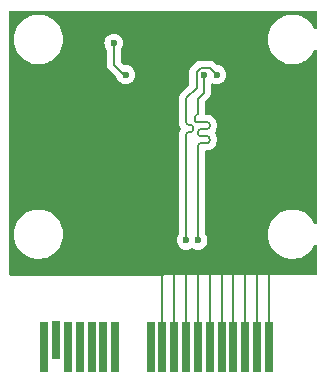
<source format=gbr>
%TF.GenerationSoftware,KiCad,Pcbnew,8.0.8*%
%TF.CreationDate,2025-07-23T18:09:19+02:00*%
%TF.ProjectId,CartridgeMk3,43617274-7269-4646-9765-4d6b332e6b69,rev?*%
%TF.SameCoordinates,Original*%
%TF.FileFunction,Copper,L2,Bot*%
%TF.FilePolarity,Positive*%
%FSLAX46Y46*%
G04 Gerber Fmt 4.6, Leading zero omitted, Abs format (unit mm)*
G04 Created by KiCad (PCBNEW 8.0.8) date 2025-07-23 18:09:19*
%MOMM*%
%LPD*%
G01*
G04 APERTURE LIST*
%TA.AperFunction,ConnectorPad*%
%ADD10R,0.700000X4.300000*%
%TD*%
%TA.AperFunction,ConnectorPad*%
%ADD11R,0.700000X3.200000*%
%TD*%
%TA.AperFunction,ViaPad*%
%ADD12C,0.600000*%
%TD*%
%TA.AperFunction,Conductor*%
%ADD13C,0.200000*%
%TD*%
G04 APERTURE END LIST*
D10*
%TO.P,J1,B1,GND*%
%TO.N,GND*%
X187000000Y-75000000D03*
%TO.P,J1,B2,GND*%
X186000000Y-75000000D03*
%TO.P,J1,B3,GND*%
X185000000Y-75000000D03*
%TO.P,J1,B4,GND*%
X184000000Y-75000000D03*
%TO.P,J1,B5,GND*%
X183000000Y-75000000D03*
%TO.P,J1,B6,GND*%
X182000000Y-75000000D03*
%TO.P,J1,B7,GND*%
X181000000Y-75000000D03*
%TO.P,J1,B8,GND*%
X180000000Y-75000000D03*
%TO.P,J1,B9,GND*%
X179000000Y-75000000D03*
%TO.P,J1,B10,GND*%
X178000000Y-75000000D03*
%TO.P,J1,B11*%
%TO.N,unconnected-(J1-PadB11)*%
X177000000Y-75000000D03*
%TO.P,J1,B12*%
%TO.N,unconnected-(J1-PadB12)*%
X174000000Y-75000000D03*
%TO.P,J1,B13*%
%TO.N,unconnected-(J1-PadB13)*%
X173000000Y-75000000D03*
%TO.P,J1,B14*%
%TO.N,unconnected-(J1-PadB14)*%
X172000000Y-75000000D03*
%TO.P,J1,B15*%
%TO.N,unconnected-(J1-PadB15)*%
X171000000Y-75000000D03*
%TO.P,J1,B16*%
%TO.N,unconnected-(J1-PadB16)*%
X170000000Y-75000000D03*
D11*
%TO.P,J1,B17*%
%TO.N,unconnected-(J1-PadB17)*%
X169000000Y-74450000D03*
D10*
%TO.P,J1,B18*%
%TO.N,unconnected-(J1-PadB18)*%
X168000000Y-75000000D03*
%TD*%
D12*
%TO.N,SD_DAT1*%
X182580000Y-51985000D03*
X180000000Y-66000000D03*
%TO.N,GND*%
X173090000Y-64450000D03*
X180350000Y-50850000D03*
X183950000Y-68650000D03*
%TO.N,SD_DAT0*%
X181480000Y-51985000D03*
X181000000Y-66000000D03*
%TO.N,SD_DAT2*%
X173875000Y-49325000D03*
X174880000Y-51985000D03*
%TD*%
D13*
%TO.N,SD_DAT1*%
X181231471Y-51385000D02*
X180880000Y-51736471D01*
X180000000Y-53950000D02*
X180000000Y-55999485D01*
X182580000Y-51985000D02*
X181980000Y-51385000D01*
X180000000Y-57199485D02*
X180000000Y-57682035D01*
X180000000Y-57079485D02*
X180000000Y-57199485D01*
X180600000Y-56479485D02*
X180600000Y-56599485D01*
X180360000Y-56839485D02*
X180240000Y-56839485D01*
X180880000Y-51736471D02*
X180880000Y-53070000D01*
X181980000Y-51385000D02*
X181231471Y-51385000D01*
X180000000Y-57682035D02*
X180000000Y-66000000D01*
X180880000Y-53070000D02*
X180000000Y-53950000D01*
X180240000Y-56239485D02*
X180360000Y-56239485D01*
X180600000Y-56599485D02*
G75*
G02*
X180360000Y-56839500I-240000J-15D01*
G01*
X180360000Y-56239485D02*
G75*
G02*
X180600015Y-56479485I0J-240015D01*
G01*
X180000000Y-55999485D02*
G75*
G03*
X180240000Y-56239500I240000J-15D01*
G01*
X180240000Y-56839485D02*
G75*
G03*
X179999985Y-57079485I0J-240015D01*
G01*
%TO.N,GND*%
X181000000Y-75000000D02*
X181000000Y-68600000D01*
X186000000Y-75000000D02*
X186000000Y-68600000D01*
X182000000Y-75000000D02*
X182000000Y-68600000D01*
X185000000Y-75000000D02*
X185000000Y-68600000D01*
X179000000Y-75000000D02*
X179000000Y-68600000D01*
X180000000Y-75000000D02*
X180000000Y-68600000D01*
X178000000Y-75000000D02*
X178000000Y-68600000D01*
X183000000Y-75000000D02*
X183000000Y-68600000D01*
X184000000Y-75000000D02*
X184000000Y-68600000D01*
X187000000Y-75000000D02*
X187000000Y-68600000D01*
%TO.N,SD_DAT0*%
X181000000Y-56835380D02*
X181000000Y-56955380D01*
X181000000Y-58242885D02*
X181000000Y-66000000D01*
X181480000Y-53520000D02*
X181000000Y-54000000D01*
X181000000Y-58035380D02*
X181000000Y-58155380D01*
X181240000Y-57195380D02*
X181760000Y-57195380D01*
X180750000Y-55520380D02*
X180750000Y-55870380D01*
X181000000Y-54000000D02*
X181000000Y-55270380D01*
X181000000Y-55995380D02*
X181240000Y-55995380D01*
X182000000Y-57435380D02*
X182000000Y-57555380D01*
X180875000Y-55995380D02*
X181000000Y-55995380D01*
X181000000Y-58155380D02*
X181000000Y-58242885D01*
X181760000Y-56595380D02*
X181240000Y-56595380D01*
X181760000Y-57795380D02*
X181240000Y-57795380D01*
X181240000Y-55995380D02*
X181760000Y-55995380D01*
X181480000Y-51985000D02*
X181480000Y-53520000D01*
X182000000Y-56235380D02*
X182000000Y-56355380D01*
X180875000Y-55395380D02*
G75*
G03*
X180749980Y-55520380I0J-125020D01*
G01*
X181000000Y-55270380D02*
G75*
G02*
X180875000Y-55395400I-125000J-20D01*
G01*
X181760000Y-55995380D02*
G75*
G02*
X182000020Y-56235380I0J-240020D01*
G01*
X181240000Y-57795380D02*
G75*
G03*
X180999980Y-58035380I0J-240020D01*
G01*
X180750000Y-55870380D02*
G75*
G03*
X180875000Y-55995400I125000J-20D01*
G01*
X182000000Y-57555380D02*
G75*
G02*
X181760000Y-57795400I-240000J-20D01*
G01*
X181240000Y-56595380D02*
G75*
G03*
X180999980Y-56835380I0J-240020D01*
G01*
X181000000Y-56955380D02*
G75*
G03*
X181240000Y-57195400I240000J-20D01*
G01*
X181760000Y-57195380D02*
G75*
G02*
X182000020Y-57435380I0J-240020D01*
G01*
X182000000Y-56355380D02*
G75*
G02*
X181760000Y-56595400I-240000J-20D01*
G01*
%TO.N,SD_DAT2*%
X173875000Y-49325000D02*
X173875000Y-51125000D01*
X173875000Y-51125000D02*
X174735000Y-51985000D01*
X174735000Y-51985000D02*
X174880000Y-51985000D01*
%TD*%
%TA.AperFunction,Conductor*%
%TO.N,GND*%
G36*
X191043039Y-46569685D02*
G01*
X191088794Y-46622489D01*
X191100000Y-46674000D01*
X191100000Y-48021793D01*
X191080315Y-48088832D01*
X191027511Y-48134587D01*
X190958353Y-48144531D01*
X190894797Y-48115506D01*
X190865902Y-48078841D01*
X190781772Y-47916479D01*
X190617638Y-47683954D01*
X190423370Y-47475943D01*
X190423363Y-47475938D01*
X190423362Y-47475936D01*
X190202593Y-47296327D01*
X190202582Y-47296320D01*
X189959400Y-47148437D01*
X189698346Y-47035046D01*
X189424284Y-46958257D01*
X189424280Y-46958256D01*
X189424279Y-46958256D01*
X189283294Y-46938878D01*
X189142311Y-46919500D01*
X189142310Y-46919500D01*
X188857690Y-46919500D01*
X188857689Y-46919500D01*
X188575721Y-46958256D01*
X188575715Y-46958257D01*
X188301653Y-47035046D01*
X188040599Y-47148437D01*
X187797417Y-47296320D01*
X187797406Y-47296327D01*
X187576637Y-47475936D01*
X187382363Y-47683953D01*
X187218227Y-47916479D01*
X187087282Y-48169191D01*
X186991971Y-48437370D01*
X186991966Y-48437387D01*
X186934062Y-48716040D01*
X186934061Y-48716042D01*
X186914639Y-49000000D01*
X186934061Y-49283957D01*
X186934062Y-49283959D01*
X186991966Y-49562612D01*
X186991971Y-49562629D01*
X187087282Y-49830808D01*
X187087283Y-49830810D01*
X187218227Y-50083520D01*
X187382362Y-50316046D01*
X187576630Y-50524057D01*
X187576635Y-50524061D01*
X187576637Y-50524063D01*
X187797406Y-50703672D01*
X187797409Y-50703674D01*
X187797413Y-50703677D01*
X187924991Y-50781259D01*
X188040599Y-50851562D01*
X188252478Y-50943593D01*
X188301655Y-50964954D01*
X188575721Y-51041744D01*
X188823616Y-51075816D01*
X188857689Y-51080500D01*
X188857690Y-51080500D01*
X189142311Y-51080500D01*
X189172710Y-51076321D01*
X189424279Y-51041744D01*
X189698345Y-50964954D01*
X189959402Y-50851561D01*
X190202587Y-50703677D01*
X190423370Y-50524057D01*
X190617638Y-50316046D01*
X190781773Y-50083520D01*
X190865902Y-49921157D01*
X190914222Y-49870691D01*
X190982156Y-49854359D01*
X191048136Y-49877348D01*
X191091213Y-49932358D01*
X191100000Y-49978206D01*
X191100000Y-64521793D01*
X191080315Y-64588832D01*
X191027511Y-64634587D01*
X190958353Y-64644531D01*
X190894797Y-64615506D01*
X190865902Y-64578841D01*
X190781772Y-64416479D01*
X190617638Y-64183954D01*
X190423370Y-63975943D01*
X190423363Y-63975938D01*
X190423362Y-63975936D01*
X190202593Y-63796327D01*
X190202582Y-63796320D01*
X189959400Y-63648437D01*
X189698346Y-63535046D01*
X189424284Y-63458257D01*
X189424280Y-63458256D01*
X189424279Y-63458256D01*
X189283294Y-63438878D01*
X189142311Y-63419500D01*
X189142310Y-63419500D01*
X188857690Y-63419500D01*
X188857689Y-63419500D01*
X188575721Y-63458256D01*
X188575715Y-63458257D01*
X188301653Y-63535046D01*
X188040599Y-63648437D01*
X187797417Y-63796320D01*
X187797406Y-63796327D01*
X187576637Y-63975936D01*
X187382363Y-64183953D01*
X187218227Y-64416479D01*
X187087282Y-64669191D01*
X186991971Y-64937370D01*
X186991966Y-64937387D01*
X186934062Y-65216040D01*
X186934061Y-65216042D01*
X186914639Y-65500000D01*
X186934061Y-65783957D01*
X186934062Y-65783959D01*
X186991966Y-66062612D01*
X186991971Y-66062629D01*
X187050479Y-66227254D01*
X187087283Y-66330810D01*
X187218227Y-66583520D01*
X187382362Y-66816046D01*
X187576630Y-67024057D01*
X187576635Y-67024061D01*
X187576637Y-67024063D01*
X187797406Y-67203672D01*
X187797409Y-67203674D01*
X187797413Y-67203677D01*
X187924991Y-67281259D01*
X188040599Y-67351562D01*
X188252478Y-67443593D01*
X188301655Y-67464954D01*
X188575721Y-67541744D01*
X188823616Y-67575816D01*
X188857689Y-67580500D01*
X188857690Y-67580500D01*
X189142311Y-67580500D01*
X189172710Y-67576321D01*
X189424279Y-67541744D01*
X189698345Y-67464954D01*
X189959402Y-67351561D01*
X190202587Y-67203677D01*
X190423370Y-67024057D01*
X190617638Y-66816046D01*
X190781773Y-66583520D01*
X190865902Y-66421157D01*
X190914222Y-66370691D01*
X190982156Y-66354359D01*
X191048136Y-66377348D01*
X191091213Y-66432358D01*
X191100000Y-66478206D01*
X191100000Y-68826237D01*
X191080315Y-68893276D01*
X191027511Y-68939031D01*
X190976238Y-68950237D01*
X165124320Y-68999760D01*
X165057242Y-68980204D01*
X165011387Y-68927487D01*
X165000082Y-68875760D01*
X165000144Y-65500000D01*
X165414639Y-65500000D01*
X165434061Y-65783957D01*
X165434062Y-65783959D01*
X165491966Y-66062612D01*
X165491971Y-66062629D01*
X165550479Y-66227254D01*
X165587283Y-66330810D01*
X165718227Y-66583520D01*
X165882362Y-66816046D01*
X166076630Y-67024057D01*
X166076635Y-67024061D01*
X166076637Y-67024063D01*
X166297406Y-67203672D01*
X166297409Y-67203674D01*
X166297413Y-67203677D01*
X166424991Y-67281259D01*
X166540599Y-67351562D01*
X166752478Y-67443593D01*
X166801655Y-67464954D01*
X167075721Y-67541744D01*
X167323616Y-67575816D01*
X167357689Y-67580500D01*
X167357690Y-67580500D01*
X167642311Y-67580500D01*
X167672710Y-67576321D01*
X167924279Y-67541744D01*
X168198345Y-67464954D01*
X168459402Y-67351561D01*
X168702587Y-67203677D01*
X168923370Y-67024057D01*
X169117638Y-66816046D01*
X169281773Y-66583520D01*
X169412717Y-66330810D01*
X169508030Y-66062624D01*
X169508031Y-66062617D01*
X169508033Y-66062612D01*
X169521045Y-65999996D01*
X179194435Y-65999996D01*
X179194435Y-66000003D01*
X179214630Y-66179249D01*
X179214631Y-66179254D01*
X179274211Y-66349523D01*
X179370184Y-66502262D01*
X179497738Y-66629816D01*
X179650478Y-66725789D01*
X179820745Y-66785368D01*
X179820750Y-66785369D01*
X179999996Y-66805565D01*
X180000000Y-66805565D01*
X180000004Y-66805565D01*
X180179249Y-66785369D01*
X180179252Y-66785368D01*
X180179255Y-66785368D01*
X180349522Y-66725789D01*
X180434027Y-66672691D01*
X180501264Y-66653690D01*
X180565973Y-66672691D01*
X180650475Y-66725788D01*
X180820745Y-66785368D01*
X180820750Y-66785369D01*
X180999996Y-66805565D01*
X181000000Y-66805565D01*
X181000004Y-66805565D01*
X181179249Y-66785369D01*
X181179252Y-66785368D01*
X181179255Y-66785368D01*
X181349522Y-66725789D01*
X181502262Y-66629816D01*
X181629816Y-66502262D01*
X181725789Y-66349522D01*
X181785368Y-66179255D01*
X181785369Y-66179249D01*
X181805565Y-66000003D01*
X181805565Y-65999996D01*
X181785369Y-65820750D01*
X181785368Y-65820745D01*
X181725788Y-65650476D01*
X181629813Y-65497734D01*
X181627550Y-65494896D01*
X181626659Y-65492715D01*
X181626111Y-65491842D01*
X181626264Y-65491745D01*
X181601144Y-65430209D01*
X181600500Y-65417587D01*
X181600500Y-58519900D01*
X181620185Y-58452861D01*
X181672989Y-58407106D01*
X181724500Y-58395900D01*
X181842788Y-58395900D01*
X181883248Y-58387850D01*
X182005177Y-58363596D01*
X182158146Y-58300231D01*
X182295811Y-58208240D01*
X182373862Y-58130182D01*
X182412882Y-58091160D01*
X182412883Y-58091158D01*
X182504863Y-57953484D01*
X182504864Y-57953483D01*
X182568217Y-57800510D01*
X182600507Y-57638116D01*
X182600500Y-57555330D01*
X182600500Y-57554860D01*
X182600500Y-57515896D01*
X182600506Y-57515783D01*
X182600505Y-57508246D01*
X182600506Y-57508244D01*
X182600504Y-57486717D01*
X182600523Y-57486649D01*
X182600514Y-57352555D01*
X182600514Y-57352550D01*
X182568203Y-57190175D01*
X182504836Y-57037222D01*
X182456089Y-56964276D01*
X182435209Y-56897600D01*
X182453690Y-56830219D01*
X182456066Y-56826522D01*
X182504864Y-56753483D01*
X182568217Y-56600510D01*
X182600507Y-56438116D01*
X182600500Y-56355330D01*
X182600500Y-56350470D01*
X182600500Y-56315896D01*
X182600506Y-56315783D01*
X182600505Y-56308246D01*
X182600506Y-56308244D01*
X182600504Y-56286717D01*
X182600523Y-56286649D01*
X182600514Y-56152555D01*
X182600514Y-56152550D01*
X182568203Y-55990175D01*
X182504836Y-55837222D01*
X182412849Y-55699569D01*
X182295777Y-55582506D01*
X182295773Y-55582503D01*
X182295770Y-55582500D01*
X182158126Y-55490536D01*
X182158121Y-55490533D01*
X182158116Y-55490530D01*
X182158109Y-55490527D01*
X182005159Y-55427177D01*
X182005153Y-55427175D01*
X181842782Y-55394879D01*
X181842780Y-55394879D01*
X181760000Y-55394880D01*
X181724500Y-55394880D01*
X181657461Y-55375195D01*
X181611706Y-55322391D01*
X181600500Y-55270880D01*
X181600500Y-54300097D01*
X181620185Y-54233058D01*
X181636819Y-54212416D01*
X181960520Y-53888716D01*
X182039577Y-53751784D01*
X182080501Y-53599057D01*
X182080501Y-53440942D01*
X182080501Y-53433347D01*
X182080500Y-53433329D01*
X182080500Y-52833071D01*
X182100185Y-52766032D01*
X182152989Y-52720277D01*
X182222147Y-52710333D01*
X182245455Y-52716030D01*
X182400737Y-52770366D01*
X182400743Y-52770367D01*
X182400745Y-52770368D01*
X182400746Y-52770368D01*
X182400750Y-52770369D01*
X182579996Y-52790565D01*
X182580000Y-52790565D01*
X182580004Y-52790565D01*
X182759249Y-52770369D01*
X182759252Y-52770368D01*
X182759255Y-52770368D01*
X182929522Y-52710789D01*
X183082262Y-52614816D01*
X183209816Y-52487262D01*
X183305789Y-52334522D01*
X183365368Y-52164255D01*
X183385565Y-51985000D01*
X183367597Y-51825530D01*
X183365369Y-51805750D01*
X183365368Y-51805745D01*
X183313465Y-51657416D01*
X183305789Y-51635478D01*
X183291404Y-51612585D01*
X183223606Y-51504685D01*
X183209816Y-51482738D01*
X183082262Y-51355184D01*
X182929521Y-51259210D01*
X182759249Y-51199630D01*
X182672330Y-51189837D01*
X182607916Y-51162770D01*
X182598533Y-51154298D01*
X182467590Y-51023355D01*
X182467588Y-51023352D01*
X182348717Y-50904481D01*
X182348709Y-50904475D01*
X182257058Y-50851561D01*
X182257056Y-50851560D01*
X182211790Y-50825425D01*
X182211789Y-50825424D01*
X182199263Y-50822067D01*
X182059057Y-50784499D01*
X181900943Y-50784499D01*
X181893347Y-50784499D01*
X181893331Y-50784500D01*
X181310528Y-50784500D01*
X181152414Y-50784500D01*
X180999686Y-50825423D01*
X180999685Y-50825423D01*
X180999683Y-50825424D01*
X180999680Y-50825425D01*
X180954415Y-50851560D01*
X180954413Y-50851561D01*
X180862761Y-50904475D01*
X180862753Y-50904481D01*
X180399479Y-51367755D01*
X180376880Y-51406900D01*
X180366186Y-51425423D01*
X180343304Y-51465054D01*
X180320423Y-51504685D01*
X180320423Y-51504686D01*
X180279499Y-51657414D01*
X180279499Y-51657416D01*
X180279499Y-51825517D01*
X180279500Y-51825530D01*
X180279500Y-52769902D01*
X180259815Y-52836941D01*
X180243181Y-52857583D01*
X179519481Y-53581282D01*
X179519479Y-53581284D01*
X179499189Y-53616428D01*
X179490613Y-53631284D01*
X179440423Y-53718215D01*
X179399499Y-53870943D01*
X179399499Y-53870945D01*
X179399499Y-54039046D01*
X179399500Y-54039059D01*
X179399500Y-56082125D01*
X179399510Y-56082229D01*
X179431800Y-56244615D01*
X179431802Y-56244620D01*
X179495150Y-56397577D01*
X179495153Y-56397582D01*
X179495155Y-56397587D01*
X179495158Y-56397592D01*
X179495159Y-56397593D01*
X179543936Y-56470600D01*
X179564811Y-56537278D01*
X179546323Y-56604658D01*
X179543931Y-56608380D01*
X179495178Y-56681338D01*
X179495176Y-56681340D01*
X179495176Y-56681342D01*
X179465289Y-56753485D01*
X179431812Y-56834294D01*
X179399505Y-56996662D01*
X179399500Y-56996722D01*
X179399500Y-57079446D01*
X179399496Y-57159927D01*
X179399500Y-57159992D01*
X179399500Y-65417587D01*
X179379815Y-65484626D01*
X179372450Y-65494896D01*
X179370186Y-65497734D01*
X179274211Y-65650476D01*
X179214631Y-65820745D01*
X179214630Y-65820750D01*
X179194435Y-65999996D01*
X169521045Y-65999996D01*
X169558293Y-65820745D01*
X169565938Y-65783957D01*
X169585361Y-65500000D01*
X169565938Y-65216043D01*
X169543910Y-65110040D01*
X169508033Y-64937387D01*
X169508028Y-64937370D01*
X169412717Y-64669191D01*
X169412717Y-64669190D01*
X169281773Y-64416480D01*
X169117638Y-64183954D01*
X168923370Y-63975943D01*
X168923363Y-63975938D01*
X168923362Y-63975936D01*
X168702593Y-63796327D01*
X168702582Y-63796320D01*
X168459400Y-63648437D01*
X168198346Y-63535046D01*
X167924284Y-63458257D01*
X167924280Y-63458256D01*
X167924279Y-63458256D01*
X167783294Y-63438878D01*
X167642311Y-63419500D01*
X167642310Y-63419500D01*
X167357690Y-63419500D01*
X167357689Y-63419500D01*
X167075721Y-63458256D01*
X167075715Y-63458257D01*
X166801653Y-63535046D01*
X166540599Y-63648437D01*
X166297417Y-63796320D01*
X166297406Y-63796327D01*
X166076637Y-63975936D01*
X165882363Y-64183953D01*
X165718227Y-64416479D01*
X165587282Y-64669191D01*
X165491971Y-64937370D01*
X165491966Y-64937387D01*
X165434062Y-65216040D01*
X165434061Y-65216042D01*
X165414639Y-65500000D01*
X165000144Y-65500000D01*
X165000328Y-55427175D01*
X165000445Y-49000000D01*
X165414639Y-49000000D01*
X165434061Y-49283957D01*
X165434062Y-49283959D01*
X165491966Y-49562612D01*
X165491971Y-49562629D01*
X165587282Y-49830808D01*
X165587283Y-49830810D01*
X165718227Y-50083520D01*
X165882362Y-50316046D01*
X166076630Y-50524057D01*
X166076635Y-50524061D01*
X166076637Y-50524063D01*
X166297406Y-50703672D01*
X166297409Y-50703674D01*
X166297413Y-50703677D01*
X166424991Y-50781259D01*
X166540599Y-50851562D01*
X166752478Y-50943593D01*
X166801655Y-50964954D01*
X167075721Y-51041744D01*
X167323616Y-51075816D01*
X167357689Y-51080500D01*
X167357690Y-51080500D01*
X167642311Y-51080500D01*
X167672710Y-51076321D01*
X167924279Y-51041744D01*
X168198345Y-50964954D01*
X168459402Y-50851561D01*
X168702587Y-50703677D01*
X168923370Y-50524057D01*
X169117638Y-50316046D01*
X169281773Y-50083520D01*
X169412717Y-49830810D01*
X169508030Y-49562624D01*
X169508031Y-49562617D01*
X169508033Y-49562612D01*
X169557410Y-49324996D01*
X173069435Y-49324996D01*
X173069435Y-49325003D01*
X173089630Y-49504249D01*
X173089631Y-49504254D01*
X173149211Y-49674523D01*
X173245185Y-49827263D01*
X173247445Y-49830097D01*
X173248334Y-49832275D01*
X173248889Y-49833158D01*
X173248734Y-49833255D01*
X173273855Y-49894783D01*
X173274500Y-49907412D01*
X173274500Y-51038330D01*
X173274499Y-51038348D01*
X173274499Y-51204054D01*
X173274498Y-51204054D01*
X173315423Y-51356785D01*
X173344358Y-51406900D01*
X173344359Y-51406904D01*
X173344360Y-51406904D01*
X173388141Y-51482737D01*
X173394479Y-51493714D01*
X173394481Y-51493717D01*
X173513349Y-51612585D01*
X173513355Y-51612590D01*
X174090558Y-52189794D01*
X174119918Y-52236520D01*
X174154211Y-52334522D01*
X174250184Y-52487262D01*
X174377738Y-52614816D01*
X174530478Y-52710789D01*
X174688353Y-52766032D01*
X174700745Y-52770368D01*
X174700750Y-52770369D01*
X174879996Y-52790565D01*
X174880000Y-52790565D01*
X174880004Y-52790565D01*
X175059249Y-52770369D01*
X175059252Y-52770368D01*
X175059255Y-52770368D01*
X175229522Y-52710789D01*
X175382262Y-52614816D01*
X175509816Y-52487262D01*
X175605789Y-52334522D01*
X175665368Y-52164255D01*
X175685565Y-51985000D01*
X175667597Y-51825530D01*
X175665369Y-51805750D01*
X175665368Y-51805745D01*
X175613465Y-51657416D01*
X175605789Y-51635478D01*
X175591404Y-51612585D01*
X175523606Y-51504685D01*
X175509816Y-51482738D01*
X175382262Y-51355184D01*
X175229523Y-51259211D01*
X175059254Y-51199631D01*
X175059249Y-51199630D01*
X174880004Y-51179435D01*
X174880003Y-51179435D01*
X174880001Y-51179435D01*
X174880000Y-51179435D01*
X174848268Y-51183010D01*
X174779446Y-51170953D01*
X174746706Y-51147470D01*
X174511819Y-50912583D01*
X174478334Y-50851260D01*
X174475500Y-50824902D01*
X174475500Y-49907412D01*
X174495185Y-49840373D01*
X174502555Y-49830097D01*
X174504810Y-49827267D01*
X174504816Y-49827262D01*
X174600789Y-49674522D01*
X174660368Y-49504255D01*
X174680565Y-49325000D01*
X174660368Y-49145745D01*
X174600789Y-48975478D01*
X174504816Y-48822738D01*
X174377262Y-48695184D01*
X174224523Y-48599211D01*
X174054254Y-48539631D01*
X174054249Y-48539630D01*
X173875004Y-48519435D01*
X173874996Y-48519435D01*
X173695750Y-48539630D01*
X173695745Y-48539631D01*
X173525476Y-48599211D01*
X173372737Y-48695184D01*
X173245184Y-48822737D01*
X173149211Y-48975476D01*
X173089631Y-49145745D01*
X173089630Y-49145750D01*
X173069435Y-49324996D01*
X169557410Y-49324996D01*
X169565938Y-49283957D01*
X169585361Y-49000000D01*
X169565938Y-48716043D01*
X169529279Y-48539630D01*
X169508033Y-48437387D01*
X169508028Y-48437370D01*
X169412717Y-48169191D01*
X169412717Y-48169190D01*
X169281773Y-47916480D01*
X169117638Y-47683954D01*
X168923370Y-47475943D01*
X168923363Y-47475938D01*
X168923362Y-47475936D01*
X168702593Y-47296327D01*
X168702582Y-47296320D01*
X168459400Y-47148437D01*
X168198346Y-47035046D01*
X167924284Y-46958257D01*
X167924280Y-46958256D01*
X167924279Y-46958256D01*
X167783294Y-46938878D01*
X167642311Y-46919500D01*
X167642310Y-46919500D01*
X167357690Y-46919500D01*
X167357689Y-46919500D01*
X167075721Y-46958256D01*
X167075715Y-46958257D01*
X166801653Y-47035046D01*
X166540599Y-47148437D01*
X166297417Y-47296320D01*
X166297406Y-47296327D01*
X166076637Y-47475936D01*
X165882363Y-47683953D01*
X165718227Y-47916479D01*
X165587282Y-48169191D01*
X165491971Y-48437370D01*
X165491966Y-48437387D01*
X165434062Y-48716040D01*
X165434061Y-48716042D01*
X165414639Y-49000000D01*
X165000445Y-49000000D01*
X165000488Y-46673998D01*
X165020174Y-46606959D01*
X165072979Y-46561205D01*
X165124488Y-46550000D01*
X190976000Y-46550000D01*
X191043039Y-46569685D01*
G37*
%TD.AperFunction*%
%TD*%
M02*

</source>
